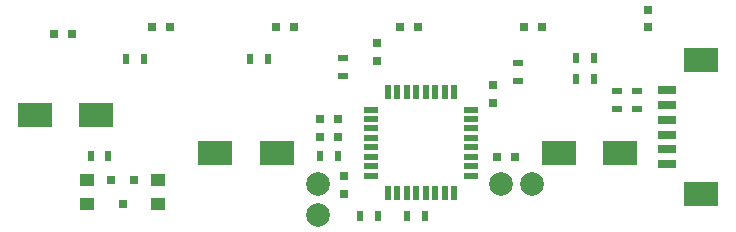
<source format=gbr>
G04 #@! TF.FileFunction,Soldermask,Bot*
%FSLAX46Y46*%
G04 Gerber Fmt 4.6, Leading zero omitted, Abs format (unit mm)*
G04 Created by KiCad (PCBNEW (2016-02-08 BZR 6543, Git 5349eb4)-product) date Sun Feb 21 23:51:38 2016*
%MOMM*%
G01*
G04 APERTURE LIST*
%ADD10C,0.100000*%
%ADD11R,0.800000X0.750000*%
%ADD12R,0.750000X0.800000*%
%ADD13R,0.500000X0.900000*%
%ADD14R,0.900000X0.500000*%
%ADD15R,2.900000X2.000000*%
%ADD16R,1.600000X0.800000*%
%ADD17R,3.000000X2.100000*%
%ADD18C,2.000000*%
%ADD19R,1.250000X1.000000*%
%ADD20R,0.800100X0.800100*%
%ADD21R,1.200000X0.600000*%
%ADD22R,0.600000X1.200000*%
G04 APERTURE END LIST*
D10*
D11*
X37400000Y-37350000D03*
X35900000Y-37350000D03*
X45700000Y-36750000D03*
X44200000Y-36750000D03*
X56200000Y-36750000D03*
X54700000Y-36750000D03*
X66700000Y-36750000D03*
X65200000Y-36750000D03*
X77200000Y-36750000D03*
X75700000Y-36750000D03*
D12*
X86150000Y-35300000D03*
X86150000Y-36800000D03*
D11*
X59900000Y-44550000D03*
X58400000Y-44550000D03*
D12*
X60450000Y-49400000D03*
X60450000Y-50900000D03*
D11*
X59900000Y-46050000D03*
X58400000Y-46050000D03*
D13*
X58400000Y-47650000D03*
X59900000Y-47650000D03*
D14*
X85250000Y-42200000D03*
X85250000Y-43700000D03*
X83550000Y-42200000D03*
X83550000Y-43700000D03*
D13*
X43500000Y-39450000D03*
X42000000Y-39450000D03*
X54000000Y-39450000D03*
X52500000Y-39450000D03*
D14*
X60350000Y-40900000D03*
X60350000Y-39400000D03*
X75150000Y-41300000D03*
X75150000Y-39800000D03*
D13*
X80100000Y-39350000D03*
X81600000Y-39350000D03*
X80100000Y-41150000D03*
X81600000Y-41150000D03*
D15*
X83850000Y-47450000D03*
X78650000Y-47450000D03*
X54750000Y-47450000D03*
X49550000Y-47450000D03*
X39450000Y-44250000D03*
X34250000Y-44250000D03*
D16*
X87750000Y-42125000D03*
X87750000Y-43375000D03*
X87750000Y-44625000D03*
X87750000Y-45875000D03*
X87750000Y-47125000D03*
X87750000Y-48375000D03*
D17*
X90650000Y-39575000D03*
X90650000Y-50925000D03*
D18*
X58250000Y-52650000D03*
X58250000Y-50050000D03*
D19*
X38700000Y-51750000D03*
X38700000Y-49750000D03*
X44700000Y-49750000D03*
X44700000Y-51750000D03*
D20*
X40750000Y-49749240D03*
X42650000Y-49749240D03*
X41700000Y-51748220D03*
D12*
X73050000Y-43200000D03*
X73050000Y-41700000D03*
X63250000Y-39600000D03*
X63250000Y-38100000D03*
D11*
X73400000Y-47750000D03*
X74900000Y-47750000D03*
D18*
X73750000Y-50050000D03*
X76350000Y-50050000D03*
D13*
X39000000Y-47650000D03*
X40500000Y-47650000D03*
X67300000Y-52750000D03*
X65800000Y-52750000D03*
D21*
X62700000Y-49350000D03*
X62700000Y-48550000D03*
X62700000Y-47750000D03*
X62700000Y-46950000D03*
X62700000Y-46150000D03*
X62700000Y-45350000D03*
X62700000Y-44550000D03*
X62700000Y-43750000D03*
D22*
X64150000Y-42300000D03*
X64950000Y-42300000D03*
X65750000Y-42300000D03*
X66550000Y-42300000D03*
X67350000Y-42300000D03*
X68150000Y-42300000D03*
X68950000Y-42300000D03*
X69750000Y-42300000D03*
D21*
X71200000Y-43750000D03*
X71200000Y-44550000D03*
X71200000Y-45350000D03*
X71200000Y-46150000D03*
X71200000Y-46950000D03*
X71200000Y-47750000D03*
X71200000Y-48550000D03*
X71200000Y-49350000D03*
D22*
X69750000Y-50800000D03*
X68950000Y-50800000D03*
X68150000Y-50800000D03*
X67350000Y-50800000D03*
X66550000Y-50800000D03*
X65750000Y-50800000D03*
X64950000Y-50800000D03*
X64150000Y-50800000D03*
D13*
X63300000Y-52750000D03*
X61800000Y-52750000D03*
M02*

</source>
